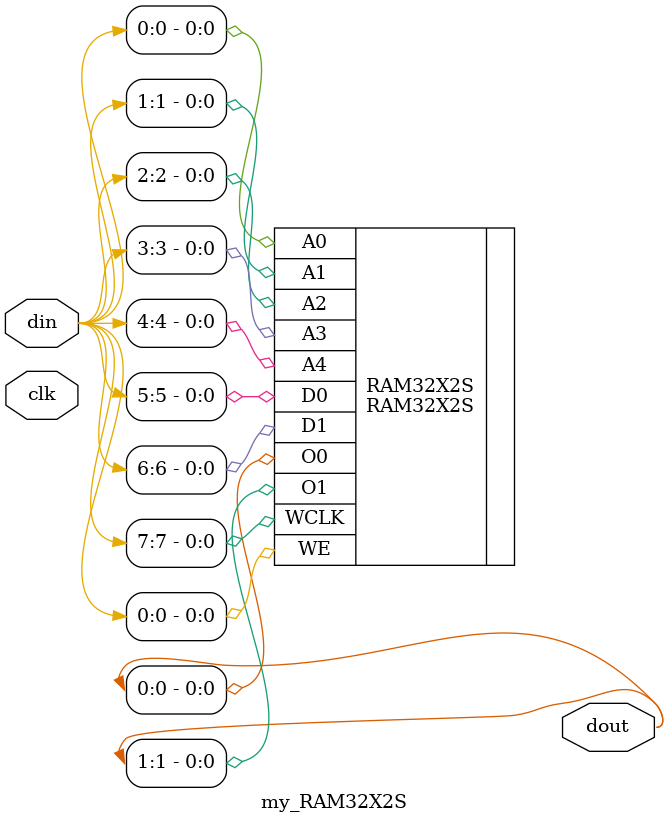
<source format=v>
/*
SLICEM at the following:
SLICE_XxY*
Where Y any value
x
    Always even (ie 100, 102, 104, etc)
    In our ROI
    x = 6, 8, 10, 12, 14

SRL16E: LOC + BEL
SRLC32E: LOC + BEL
RAM64X1S: LOCs but doesn't BEL (or maybe I'm using the wrong BEL?)
*/

module top(input clk, stb, di, output do);
	localparam integer DIN_N = 256;
	localparam integer DOUT_N = 256;

	reg [DIN_N-1:0] din;
	wire [DOUT_N-1:0] dout;

	reg [DIN_N-1:0] din_shr;
	reg [DOUT_N-1:0] dout_shr;

	always @(posedge clk) begin
		din_shr <= {din_shr, di};
		dout_shr <= {dout_shr, din_shr[DIN_N-1]};
		if (stb) begin
			din <= din_shr;
			dout_shr <= dout;
		end
	end

	assign do = dout_shr[DOUT_N-1];

	roi roi (
		.clk(clk),
		.din(din),
		.dout(dout)
	);
endmodule

/*
Using UG474 recommended primitives
*/
module roi(input clk, input [255:0] din, output [255:0] dout);
    my_RAM32X1S #(.LOC("SLICE_X12Y100"))
            c0(.clk(clk), .din(din[  0 +: 8]), .dout(dout[  0 +: 8]));
    my_RAM32X1D #(.LOC("SLICE_X12Y101"))
            c1(.clk(clk), .din(din[  8 +: 8]), .dout(dout[  8 +: 8]));
    my_RAM32M #(.LOC("SLICE_X12Y102"))
            c2(.clk(clk), .din(din[  16 +: 8]), .dout(dout[  16 +: 8]));
    my_RAM64X1S #(.LOC("SLICE_X12Y103"))
            c3(.clk(clk), .din(din[  24 +: 8]), .dout(dout[  24 +: 8]));
    my_RAM64X1D #(.LOC("SLICE_X12Y104"))
            c4(.clk(clk), .din(din[  32 +: 8]), .dout(dout[  32 +: 8]));
    my_RAM64M #(.LOC("SLICE_X12Y105"))
            c5(.clk(clk), .din(din[  40 +: 8]), .dout(dout[  40 +: 8]));
    my_RAM128X1S #(.LOC("SLICE_X12Y106"))
            c6(.clk(clk), .din(din[  48 +: 8]), .dout(dout[  48 +: 8]));
    my_RAM128X1D #(.LOC("SLICE_X12Y107"))
            c7(.clk(clk), .din(din[  56 +: 8]), .dout(dout[  56 +: 8]));
    my_RAM256X1S #(.LOC("SLICE_X12Y108"))
            c8(.clk(clk), .din(din[  64 +: 8]), .dout(dout[  64 +: 8]));

    //Multi-packing
    my_RAM32X1S_2 #(.LOC("SLICE_X12Y110"))
            m0(.clk(clk), .din(din[  72 +: 8]), .dout(dout[  72 +: 8]));
    my_RAM32X1S_3 #(.LOC("SLICE_X12Y111"))
            m1(.clk(clk), .din(din[  80 +: 8]), .dout(dout[  80 +: 8]));
    my_RAM32X1S_4 #(.LOC("SLICE_X12Y112"))
            m2(.clk(clk), .din(din[  88 +: 8]), .dout(dout[  88 +: 8]));
    my_RAM64X1D_2 #(.LOC("SLICE_X12Y113"))
            m3(.clk(clk), .din(din[  96 +: 8]), .dout(dout[  96 +: 8]));
    //next round
    my_RAM64X1S_2 #(.LOC("SLICE_X12Y114"))
            m4(.clk(clk), .din(din[  104 +: 8]), .dout(dout[  104 +: 8]));
    my_RAM64X1S_3 #(.LOC("SLICE_X12Y115"))
            m5(.clk(clk), .din(din[  112 +: 8]), .dout(dout[  112 +: 8]));
    my_RAM64X1S_4 #(.LOC("SLICE_X12Y116"))
            m6(.clk(clk), .din(din[  120 +: 8]), .dout(dout[  120 +: 8]));
    //...and out of bits
    my_RAM128X1S_2 #(.LOC("SLICE_X12Y117"))
            m7(.clk(clk), .din(din[  200 +: 8]), .dout(dout[  200 +: 8]));

    my_SRLC32E #(.LOC("SLICE_X14Y100"), .BEL("A6LUT"))
            s0(.clk(clk), .din(din[  128 +: 8]), .dout(dout[  128 +: 8]));
    my_SRLC32E #(.LOC("SLICE_X14Y101"), .BEL("B6LUT"))
            s1(.clk(clk), .din(din[  136 +: 8]), .dout(dout[  136 +: 8]));
    my_SRLC32E #(.LOC("SLICE_X14Y102"), .BEL("C6LUT"))
            s2(.clk(clk), .din(din[  144 +: 8]), .dout(dout[  144 +: 8]));
    my_SRLC32E #(.LOC("SLICE_X14Y103"), .BEL("D6LUT"))
            s3(.clk(clk), .din(din[  152 +: 8]), .dout(dout[  152 +: 8]));
    my_SRL16E #(.LOC("SLICE_X14Y104"), .BEL("A6LUT"))
            s4(.clk(clk), .din(din[  160 +: 8]), .dout(dout[  160 +: 8]));
    my_SRL16E #(.LOC("SLICE_X14Y105"), .BEL("B6LUT"))
            s5(.clk(clk), .din(din[  168 +: 8]), .dout(dout[  168 +: 8]));
    my_SRL16E #(.LOC("SLICE_X14Y106"), .BEL("C6LUT"))
            s6(.clk(clk), .din(din[  176 +: 8]), .dout(dout[  176 +: 8]));
    my_SRL16E #(.LOC("SLICE_X14Y107"), .BEL("D6LUT"))
            s7(.clk(clk), .din(din[  184 +: 8]), .dout(dout[  184 +: 8]));
    //my_SRL16E_8 #(.LOC("SLICE_X14Y108"))
    //        s8(.clk(clk), .din(din[  192 +: 8]), .dout(dout[  192 +: 8]));
endmodule


//It created a LUT instead of aggregating using WA7MUX
module my_RAM64X1S_2_mux (input clk, input [7:0] din, output [7:0] dout);
    parameter LOC = "";

    assign dout[0] = din[0] ? oa : ob;

    (* LOC=LOC, KEEP, DONT_TOUCH *)
    RAM64X1S #(
        ) ramb (
            .O(ob),
            .A0(din[0]),
            .A1(din[0]),
            .A2(din[0]),
            .A3(din[0]),
            .A4(din[0]),
            .A5(din[0]),
            .D(din[0]),
            .WCLK(clk),
            .WE(din[0]));

    (* LOC=LOC, KEEP, DONT_TOUCH *)
    RAM64X1S #(
        ) rama (
            .O(oa),
            .A0(din[0]),
            .A1(din[0]),
            .A2(din[0]),
            .A3(din[0]),
            .A4(din[0]),
            .A5(din[0]),
            .D(din[0]),
            .WCLK(clk),
            .WE(din[0]));
endmodule

module my_SRL16E_4 (input clk, input [7:0] din, output [7:0] dout);
    parameter LOC = "";

    (* LOC=LOC, BEL="D6LUT" *)
    SRL16E #(
        ) lutd (
            .Q(dout[3]),
            .A0(din[0]),
            .A1(din[1]),
            .A2(din[2]),
            .A3(din[3]),
            .CE(din[4]),
            .CLK(din[5]),
            .D(din[6]));

    (* LOC=LOC, BEL="C6LUT" *)
    SRL16E #(
        ) lutc (
            .Q(dout[2]),
            .A0(din[0]),
            .A1(din[1]),
            .A2(din[2]),
            .A3(din[3]),
            .CE(din[4]),
            .CLK(din[5]),
            .D(din[6]));

    (* LOC=LOC, BEL="B6LUT" *)
    SRL16E #(
        ) lutb (
            .Q(dout[1]),
            .A0(din[0]),
            .A1(din[1]),
            .A2(din[2]),
            .A3(din[3]),
            .CE(din[4]),
            .CLK(din[5]),
            .D(din[6]));

    (* LOC=LOC, BEL="A6LUT" *)
    SRL16E #(
        ) luta (
            .Q(dout[0]),
            .A0(din[0]),
            .A1(din[1]),
            .A2(din[2]),
            .A3(din[3]),
            .CE(din[4]),
            .CLK(din[5]),
            .D(din[6]));
endmodule

module my_SRL16E_8 (input clk, input [7:0] din, output [7:0] dout);
    parameter LOC = "";

    (* LOC=LOC, BEL="D6LUT" *)
    SRL16E #(
        ) lutd2 (
            .Q(dout[7]),
            .A0(din[0]),
            .A1(din[1]),
            .A2(din[2]),
            .A3(din[3]),
            .CE(din[4]),
            .CLK(din[5]),
            .D(din[6]));
    (* LOC=LOC, BEL="D6LUT" *)
    SRL16E #(
        ) lutd1 (
            .Q(dout[6]),
            .A0(din[0]),
            .A1(din[1]),
            .A2(din[2]),
            .A3(din[3]),
            .CE(din[4]),
            .CLK(din[5]),
            .D(din[6]));
endmodule

module my_SRLC32E_4 (input clk, input [7:0] din, output [7:0] dout);
    parameter LOC = "";

    (* LOC=LOC, BEL="D6LUT", KEEP, DONT_TOUCH *)
    SRLC32E #(
            .INIT(32'h00000000),
            .IS_CLK_INVERTED(1'b0)
        ) lutd (
            .Q(dout[3]),
            .Q31(),
            .A(din[4:0]),
            .CE(din[5]),
            .CLK(din[6]),
            .D(din[7]));

    (* LOC=LOC, BEL="C6LUT", KEEP, DONT_TOUCH *)
    SRLC32E #(
            .INIT(32'h00000000),
            .IS_CLK_INVERTED(1'b0)
        ) lutc (
            .Q(dout[2]),
            .Q31(),
            .A(din[4:0]),
            .CE(din[5]),
            .CLK(din[6]),
            .D(din[7]));

    (* LOC=LOC, BEL="B6LUT", KEEP, DONT_TOUCH *)
    SRLC32E #(
            .INIT(32'h00000000),
            .IS_CLK_INVERTED(1'b0)
        ) lutb (
            .Q(dout[1]),
            .Q31(),
            .A(din[4:0]),
            .CE(din[5]),
            .CLK(din[6]),
            .D(din[7]));

    (* LOC=LOC, BEL="A6LUT", KEEP, DONT_TOUCH *)
    SRLC32E #(
            .INIT(32'h00000000),
            .IS_CLK_INVERTED(1'b0)
        ) luta (
            .Q(dout[0]),
            .Q31(),
            .A(din[4:0]),
            .CE(din[5]),
            .CLK(din[6]),
            .D(din[7]));
endmodule

module my_RAM32X1S_2 (input clk, input [7:0] din, output [7:0] dout);
    parameter LOC = "";

    (* LOC=LOC *)
    RAM32X1S #(
        ) lutd (
            .O(dout[3]),
            .A0(din[0]),
            .A1(din[1]),
            .A2(din[2]),
            .A3(din[3]),
            .A4(din[4]),
            .D(din[5]),
            .WCLK(din[6]),
            .WE(din[7]));

    (* LOC=LOC *)
    RAM32X1S #(
        ) lutc (
            .O(dout[2]),
            .A0(din[0]),
            .A1(din[1]),
            .A2(din[2]),
            .A3(din[3]),
            .A4(din[4]),
            .D(din[5]),
            .WCLK(din[6]),
            .WE(din[7]));
endmodule

module my_RAM32X1S_3 (input clk, input [7:0] din, output [7:0] dout);
    parameter LOC = "";

    (* LOC=LOC *)
    RAM32X1S #(
        ) lutd (
            .O(dout[3]),
            .A0(din[0]),
            .A1(din[1]),
            .A2(din[2]),
            .A3(din[3]),
            .A4(din[4]),
            .D(din[5]),
            .WCLK(din[6]),
            .WE(din[7]));

    (* LOC=LOC *)
    RAM32X1S #(
        ) lutc (
            .O(dout[2]),
            .A0(din[0]),
            .A1(din[1]),
            .A2(din[2]),
            .A3(din[3]),
            .A4(din[4]),
            .D(din[5]),
            .WCLK(din[6]),
            .WE(din[7]));

    (* LOC=LOC *)
    RAM32X1S #(
        ) lutb (
            .O(dout[1]),
            .A0(din[0]),
            .A1(din[1]),
            .A2(din[2]),
            .A3(din[3]),
            .A4(din[4]),
            .D(din[5]),
            .WCLK(din[6]),
            .WE(din[7]));
endmodule

module my_RAM32X1S_4 (input clk, input [7:0] din, output [7:0] dout);
    parameter LOC = "";

    (* LOC=LOC *)
    RAM32X1S #(
        ) lutd (
            .O(dout[3]),
            .A0(din[0]),
            .A1(din[1]),
            .A2(din[2]),
            .A3(din[3]),
            .A4(din[4]),
            .D(din[5]),
            .WCLK(din[6]),
            .WE(din[7]));

    (* LOC=LOC *)
    RAM32X1S #(
        ) lutc (
            .O(dout[2]),
            .A0(din[0]),
            .A1(din[1]),
            .A2(din[2]),
            .A3(din[3]),
            .A4(din[4]),
            .D(din[5]),
            .WCLK(din[6]),
            .WE(din[7]));

    (* LOC=LOC *)
    RAM32X1S #(
        ) lutb (
            .O(dout[1]),
            .A0(din[0]),
            .A1(din[1]),
            .A2(din[2]),
            .A3(din[3]),
            .A4(din[4]),
            .D(din[5]),
            .WCLK(din[6]),
            .WE(din[7]));

    (* LOC=LOC *)
    RAM32X1S #(
        ) luta (
            .O(dout[0]),
            .A0(din[0]),
            .A1(din[1]),
            .A2(din[2]),
            .A3(din[3]),
            .A4(din[4]),
            .D(din[5]),
            .WCLK(din[6]),
            .WE(din[7]));
endmodule

module my_RAM64X1S_2 (input clk, input [7:0] din, output [7:0] dout);
    parameter LOC = "";

    (* LOC=LOC *)
    RAM64X1S #(
        ) lutd (
            .O(dout[3]),
            .A0(din[0]),
            .A1(din[1]),
            .A2(din[2]),
            .A3(din[3]),
            .A4(din[4]),
            .A5(din[5]),
            .D(din[6]),
            .WCLK(clk),
            .WE(din[0]));

    (* LOC=LOC *)
    RAM64X1S #(
        ) lutc (
            .O(dout[2]),
            .A0(din[0]),
            .A1(din[1]),
            .A2(din[2]),
            .A3(din[3]),
            .A4(din[4]),
            .A5(din[5]),
            .D(din[6]),
            .WCLK(clk),
            .WE(din[0]));
endmodule

module my_RAM64X1S_3 (input clk, input [7:0] din, output [7:0] dout);
    parameter LOC = "";

    (* LOC=LOC *)
    RAM64X1S #(
        ) lutd (
            .O(dout[3]),
            .A0(din[0]),
            .A1(din[1]),
            .A2(din[2]),
            .A3(din[3]),
            .A4(din[4]),
            .A5(din[5]),
            .D(din[6]),
            .WCLK(clk),
            .WE(din[0]));

    (* LOC=LOC *)
    RAM64X1S #(
        ) lutc (
            .O(dout[2]),
            .A0(din[0]),
            .A1(din[1]),
            .A2(din[2]),
            .A3(din[3]),
            .A4(din[4]),
            .A5(din[5]),
            .D(din[6]),
            .WCLK(clk),
            .WE(din[0]));

    (* LOC=LOC *)
    RAM64X1S #(
        ) lutb (
            .O(dout[1]),
            .A0(din[0]),
            .A1(din[1]),
            .A2(din[2]),
            .A3(din[3]),
            .A4(din[4]),
            .A5(din[5]),
            .D(din[6]),
            .WCLK(clk),
            .WE(din[0]));
endmodule

module my_RAM64X1S_4 (input clk, input [7:0] din, output [7:0] dout);
    parameter LOC = "";

    (* LOC=LOC *)
    RAM64X1S #(
        ) lutd (
            .O(dout[3]),
            .A0(din[0]),
            .A1(din[1]),
            .A2(din[2]),
            .A3(din[3]),
            .A4(din[4]),
            .A5(din[5]),
            .D(din[6]),
            .WCLK(clk),
            .WE(din[0]));

    (* LOC=LOC *)
    RAM64X1S #(
        ) lutc (
            .O(dout[2]),
            .A0(din[0]),
            .A1(din[1]),
            .A2(din[2]),
            .A3(din[3]),
            .A4(din[4]),
            .A5(din[5]),
            .D(din[6]),
            .WCLK(clk),
            .WE(din[0]));

    (* LOC=LOC *)
    RAM64X1S #(
        ) lutb (
            .O(dout[1]),
            .A0(din[0]),
            .A1(din[1]),
            .A2(din[2]),
            .A3(din[3]),
            .A4(din[4]),
            .A5(din[5]),
            .D(din[6]),
            .WCLK(clk),
            .WE(din[0]));

    (* LOC=LOC *)
    RAM64X1S #(
        ) luta (
            .O(dout[0]),
            .A0(din[0]),
            .A1(din[1]),
            .A2(din[2]),
            .A3(din[3]),
            .A4(din[4]),
            .A5(din[5]),
            .D(din[6]),
            .WCLK(clk),
            .WE(din[0]));
endmodule

module my_RAM64X1D_2 (input clk, input [7:0] din, output [7:0] dout);
    parameter LOC = "";

    (* LOC=LOC, KEEP, DONT_TOUCH *)
    RAM64X1D #(
            .INIT(64'h0),
            .IS_WCLK_INVERTED(1'b0)
        ) ramb (
            .DPO(dout[1]),
            .D(din[0]),
            .WCLK(clk),
            .WE(din[2]),
            .A0(din[3]),
            .A1(din[4]),
            .A2(din[5]),
            .A3(din[6]),
            .A4(din[7]),
            .A5(din[0]),
            .DPRA0(din[1]),
            .DPRA1(din[2]),
            .DPRA2(din[3]),
            .DPRA3(din[4]),
            .DPRA4(din[5]),
            .DPRA5(din[6]));

    (* LOC=LOC, KEEP, DONT_TOUCH *)
    RAM64X1D #(
            .INIT(64'h0),
            .IS_WCLK_INVERTED(1'b0)
        ) rama (
            .DPO(dout[0]),
            .D(din[0]),
            .WCLK(clk),
            .WE(din[2]),
            .A0(din[3]),
            .A1(din[4]),
            .A2(din[5]),
            .A3(din[6]),
            .A4(din[7]),
            .A5(din[0]),
            .DPRA0(din[1]),
            .DPRA1(din[2]),
            .DPRA2(din[3]),
            .DPRA3(din[4]),
            .DPRA4(din[5]),
            .DPRA5(din[6]));
endmodule

//BEL: yes
module my_SRLC32E (input clk, input [7:0] din, output [7:0] dout);
    parameter LOC = "";
    parameter BEL="A6LUT";

    wire mc31c;

    (* LOC=LOC, BEL=BEL, KEEP, DONT_TOUCH *)
    SRLC32E #(
            .INIT(32'h00000000),
            .IS_CLK_INVERTED(1'b0)
        ) lut (
            .Q(dout[0]),
            .Q31(mc31c),
            .A(din[4:0]),
            .CE(din[5]),
            .CLK(din[6]),
            .D(din[7]));
endmodule


//BEL: yes
module my_SRL16E (input clk, input [7:0] din, output [7:0] dout);
    parameter LOC = "";
    parameter BEL="A6LUT";

    (* LOC=LOC, BEL=BEL, KEEP, DONT_TOUCH *)
    SRL16E #(
        ) SRL16E (
            .Q(dout[0]),
            .A0(din[0]),
            .A1(din[1]),
            .A2(din[2]),
            .A3(din[3]),
            .CE(din[4]),
            .CLK(din[5]),
            .D(din[6]));
endmodule

module my_RAM64M (input clk, input [7:0] din, output [7:0] dout);
    parameter LOC = "";
    parameter BEL="A6LUT";

    (* LOC=LOC, BEL=BEL, KEEP, DONT_TOUCH *)
    RAM64M #(
        ) RAM64M (
            .DOA(dout[0]),
            .DOB(dout[1]),
            .DOC(dout[2]),
            .DOD(dout[3]),
            .ADDRA(din[0]),
            .ADDRB(din[1]),
            .ADDRC(din[2]),
            .ADDRD(din[3]),
            .DIA(din[4]),
            .DIB(din[5]),
            .DIC(din[6]),
            .DID(din[7]),
            .WCLK(clk),
            .WE(din[1]));
endmodule

//Can't get BEL to work. Maybe can't since multiple?
module my_RAM64X1S (input clk, input [7:0] din, output [7:0] dout);
    parameter LOC = "";
    parameter BEL="A6LUT";

    (* LOC=LOC, BEL=BEL, KEEP, DONT_TOUCH *)
    RAM64X1S #(
        ) RAM64X1S (
            .O(dout[0]),
            .A0(din[0]),
            .A1(din[1]),
            .A2(din[2]),
            .A3(din[3]),
            .A4(din[4]),
            .A5(din[5]),
            .D(din[6]),
            .WCLK(clk),
            .WE(din[0]));
endmodule

module my_RAM64X1S_1 (input clk, input [7:0] din, output [7:0] dout);
    parameter LOC = "";
    parameter BEL="A6LUT";

    (* LOC=LOC, BEL=BEL, KEEP, DONT_TOUCH *)
    RAM64X1S_1 #(
        ) RAM64X1S_1 (
            .O(dout[0]),
            .A0(din[0]),
            .A1(din[1]),
            .A2(din[2]),
            .A3(din[3]),
            .A4(din[4]),
            .A5(din[5]),
            .D(din[6]),
            .WCLK(clk),
            .WE(din[0]));
endmodule

module my_RAM64X2S (input clk, input [7:0] din, output [7:0] dout);
    parameter LOC = "";

    (* LOC=LOC, KEEP, DONT_TOUCH *)
    RAM64X2S #(
        ) RAM64X2S (
            .O0(dout[0]),
            .O1(dout[1]),
            .A0(din[0]),
            .A1(din[1]),
            .A2(din[2]),
            .A3(din[3]),
            .A4(din[4]),
            .A5(din[5]),
            .D0(din[6]),
            .D1(din[7]),
            .WCLK(clk),
            .WE(din[1]));
endmodule

module my_RAM64X1D (input clk, input [7:0] din, output [7:0] dout);
    parameter LOC = "";

    (* LOC=LOC, KEEP, DONT_TOUCH *)
    RAM64X1D #(
            .INIT(64'h0),
            .IS_WCLK_INVERTED(1'b0)
        ) RAM64X1D (
            .DPO(dout[0]),
            .D(din[0]),
            .WCLK(clk),
            .WE(din[2]),
            .A0(din[3]),
            .A1(din[4]),
            .A2(din[5]),
            .A3(din[6]),
            .A4(din[7]),
            .A5(din[0]),
            .DPRA0(din[1]),
            .DPRA1(din[2]),
            .DPRA2(din[3]),
            .DPRA3(din[4]),
            .DPRA4(din[5]),
            .DPRA5(din[6]));
endmodule

module my_RAM128X1D (input clk, input [7:0] din, output [7:0] dout);
    parameter LOC = "";

    (* LOC=LOC, KEEP, DONT_TOUCH *)
    RAM128X1D #(
            .INIT(128'h0),
            .IS_WCLK_INVERTED(1'b0)
        ) RAM128X1D (
            .DPO(dout[0]),
            .SPO(dout[1]),
            .D(din[0]),
            .WCLK(clk),
            .WE(din[2]));
endmodule

module my_RAM128X1S (input clk, input [7:0] din, output [7:0] dout);
    parameter LOC = "";

    (* LOC=LOC, KEEP, DONT_TOUCH *)
    RAM128X1S #(
        ) RAM128X1S (
            .O(dout[0]),
            .A0(din[0]),
            .A1(din[1]),
            .A2(din[2]),
            .A3(din[3]),
            .A4(din[4]),
            .A5(din[5]),
            .A6(din[6]),
            .D(din[7]),
            .WCLK(din[0]),
            .WE(din[1]));
endmodule

module my_RAM128X1S_2 (input clk, input [7:0] din, output [7:0] dout);
    parameter LOC = "";

    (* LOC=LOC, KEEP, DONT_TOUCH *)
    RAM128X1S #(
        ) lutb (
            .O(dout[1]),
            .A0(din[0]),
            .A1(din[1]),
            .A2(din[2]),
            .A3(din[3]),
            .A4(din[4]),
            .A5(din[5]),
            .A6(din[6]),
            .D(din[7]),
            .WCLK(din[0]),
            .WE(din[1]));
    (* LOC=LOC, KEEP, DONT_TOUCH *)
    RAM128X1S #(
        ) luta (
            .O(dout[0]),
            .A0(din[0]),
            .A1(din[1]),
            .A2(din[2]),
            .A3(din[3]),
            .A4(din[4]),
            .A5(din[5]),
            .A6(din[6]),
            .D(din[7]),
            .WCLK(din[0]),
            .WE(din[1]));
endmodule

module my_RAM256X1S (input clk, input [7:0] din, output [7:0] dout);
    parameter LOC = "";

    (* LOC=LOC, KEEP, DONT_TOUCH *)
    RAM256X1S #(
        ) RAM256X1S (
            .O(dout[0]),
            .A({din[0], din[7:0]}),
            .D(din[0]),
            .WCLK(din[1]),
            .WE(din[2]));
endmodule

module my_RAM32M (input clk, input [7:0] din, output [7:0] dout);
    parameter LOC = "";

    (* LOC=LOC, KEEP, DONT_TOUCH *)
    RAM32M #(
        ) RAM32M (
            .DOA(dout[1:0]),
            .DOB(dout[3:2]),
            .DOC(dout[5:4]),
            .DOD(dout[7:6]),
            .ADDRA(din[4:0]),
            .ADDRB(din[4:0]),
            .ADDRC(din[4:0]),
            .ADDRD(din[4:0]),
            .DIA(din[5:4]),
            .DIB(din[6:5]),
            .DIC(din[7:6]),
            .DID(din[1:0]),
            .WCLK(din[1]),
            .WE(din[2]));
endmodule

module my_RAM32X1D (input clk, input [7:0] din, output [7:0] dout);
    parameter LOC = "";

    (* LOC=LOC, KEEP, DONT_TOUCH *)
    RAM32X1D #(
        ) RAM32X1D (
            .DPO(dout[0]),
            .SPO(dout[1]),
            .A0(din[0]),
            .A1(din[1]),
            .A2(din[2]),
            .A3(din[3]),
            .A4(din[4]),
            .D(din[5]),
            .DPRA0(din[6]),
            .DPRA1(din[7]),
            .DPRA2(din[0]),
            .DPRA3(din[1]),
            .DPRA4(din[2]),
            .WCLK(din[3]),
            .WE(din[4]));
endmodule

/*
Invalid
It tries to place both at D6LUT
module my_RAM32X1D_2 (input clk, input [7:0] din, output [7:0] dout);
    parameter LOC = "";

    (* LOC=LOC, KEEP, DONT_TOUCH *)
    RAM32X1D #(
        ) lutb (
            .DPO(dout[3]),
            .SPO(dout[2]),
            .A0(din[0]),
            .A1(din[1]),
            .A2(din[2]),
            .A3(din[3]),
            .A4(din[4]),
            .D(din[5]),
            .DPRA0(din[6]),
            .DPRA1(din[7]),
            .DPRA2(din[0]),
            .DPRA3(din[1]),
            .DPRA4(din[2]),
            .WCLK(din[3]),
            .WE(din[4]));

    (* LOC=LOC, KEEP, DONT_TOUCH *)
    RAM32X1D #(
        ) luta (
            .DPO(dout[1]),
            .SPO(dout[0]),
            .A0(din[0]),
            .A1(din[1]),
            .A2(din[2]),
            .A3(din[3]),
            .A4(din[4]),
            .D(din[5]),
            .DPRA0(din[6]),
            .DPRA1(din[7]),
            .DPRA2(din[0]),
            .DPRA3(din[1]),
            .DPRA4(din[2]),
            .WCLK(din[3]),
            .WE(din[4]));
endmodule
*/

module my_RAM32X1S (input clk, input [7:0] din, output [7:0] dout);
    parameter LOC = "";
    parameter BEL="A6LUT";

    (* LOC=LOC, BEL=BEL, KEEP, DONT_TOUCH *)
    RAM32X1S #(
        ) RAM32X1S (
            .O(dout[0]),
            .A0(din[0]),
            .A1(din[1]),
            .A2(din[2]),
            .A3(din[3]),
            .A4(din[4]),
            .D(din[5]),
            .WCLK(din[6]),
            .WE(din[7]));
endmodule

module my_RAM32X1S_1 (input clk, input [7:0] din, output [7:0] dout);
    parameter LOC = "";
    parameter BEL="A6LUT";

    (* LOC=LOC, BEL=BEL, KEEP, DONT_TOUCH *)
    RAM32X1S_1 #(
        ) RAM32X1S_1 (
            .O(dout[0]),
            .A0(din[0]),
            .A1(din[1]),
            .A2(din[2]),
            .A3(din[3]),
            .A4(din[4]),
            .D(din[5]),
            .WCLK(din[6]),
            .WE(din[7]));
endmodule

module my_RAM32X2S (input clk, input [7:0] din, output [7:0] dout);
    parameter LOC = "";

    (* LOC=LOC, KEEP, DONT_TOUCH *)
    RAM32X2S #(
        ) RAM32X2S (
            .O0(dout[0]),
            .O1(dout[1]),
            .A0(din[0]),
            .A1(din[1]),
            .A2(din[2]),
            .A3(din[3]),
            .A4(din[4]),
            .D0(din[5]),
            .D1(din[6]),
            .WCLK(din[7]),
            .WE(din[0]));
endmodule


</source>
